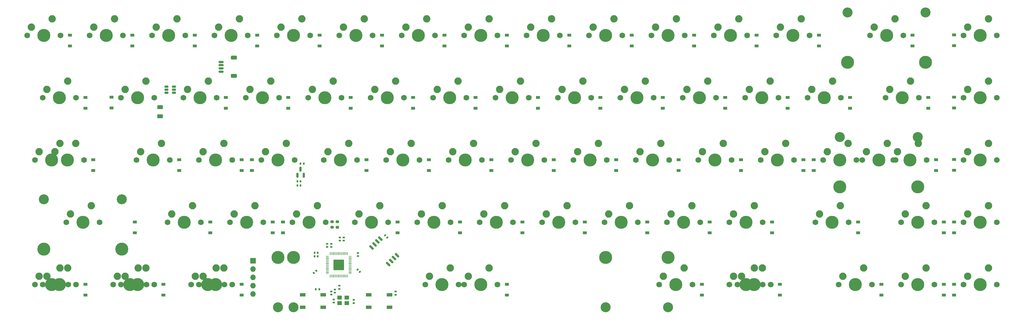
<source format=gbr>
%TF.GenerationSoftware,KiCad,Pcbnew,(6.0.8-1)-1*%
%TF.CreationDate,2022-12-25T10:37:34-08:00*%
%TF.ProjectId,bowiten65-rp2040,626f7769-7465-46e3-9635-2d7270323034,rev?*%
%TF.SameCoordinates,Original*%
%TF.FileFunction,Soldermask,Bot*%
%TF.FilePolarity,Negative*%
%FSLAX46Y46*%
G04 Gerber Fmt 4.6, Leading zero omitted, Abs format (unit mm)*
G04 Created by KiCad (PCBNEW (6.0.8-1)-1) date 2022-12-25 10:37:34*
%MOMM*%
%LPD*%
G01*
G04 APERTURE LIST*
G04 Aperture macros list*
%AMRoundRect*
0 Rectangle with rounded corners*
0 $1 Rounding radius*
0 $2 $3 $4 $5 $6 $7 $8 $9 X,Y pos of 4 corners*
0 Add a 4 corners polygon primitive as box body*
4,1,4,$2,$3,$4,$5,$6,$7,$8,$9,$2,$3,0*
0 Add four circle primitives for the rounded corners*
1,1,$1+$1,$2,$3*
1,1,$1+$1,$4,$5*
1,1,$1+$1,$6,$7*
1,1,$1+$1,$8,$9*
0 Add four rect primitives between the rounded corners*
20,1,$1+$1,$2,$3,$4,$5,0*
20,1,$1+$1,$4,$5,$6,$7,0*
20,1,$1+$1,$6,$7,$8,$9,0*
20,1,$1+$1,$8,$9,$2,$3,0*%
G04 Aperture macros list end*
%ADD10C,1.750000*%
%ADD11C,3.987800*%
%ADD12C,2.250000*%
%ADD13C,3.048000*%
%ADD14R,1.200000X0.900000*%
%ADD15RoundRect,0.140000X0.140000X0.170000X-0.140000X0.170000X-0.140000X-0.170000X0.140000X-0.170000X0*%
%ADD16RoundRect,0.140000X-0.219203X-0.021213X-0.021213X-0.219203X0.219203X0.021213X0.021213X0.219203X0*%
%ADD17R,1.700000X1.000000*%
%ADD18RoundRect,0.150000X0.150000X-0.587500X0.150000X0.587500X-0.150000X0.587500X-0.150000X-0.587500X0*%
%ADD19RoundRect,0.140000X-0.170000X0.140000X-0.170000X-0.140000X0.170000X-0.140000X0.170000X0.140000X0*%
%ADD20RoundRect,0.135000X-0.135000X-0.185000X0.135000X-0.185000X0.135000X0.185000X-0.135000X0.185000X0*%
%ADD21R,1.700000X1.700000*%
%ADD22O,1.700000X1.700000*%
%ADD23RoundRect,0.150000X0.475000X0.150000X-0.475000X0.150000X-0.475000X-0.150000X0.475000X-0.150000X0*%
%ADD24RoundRect,0.200000X-0.275000X0.200000X-0.275000X-0.200000X0.275000X-0.200000X0.275000X0.200000X0*%
%ADD25RoundRect,0.140000X-0.140000X-0.170000X0.140000X-0.170000X0.140000X0.170000X-0.140000X0.170000X0*%
%ADD26RoundRect,0.140000X0.170000X-0.140000X0.170000X0.140000X-0.170000X0.140000X-0.170000X-0.140000X0*%
%ADD27RoundRect,0.050000X0.387500X0.050000X-0.387500X0.050000X-0.387500X-0.050000X0.387500X-0.050000X0*%
%ADD28RoundRect,0.050000X0.050000X0.387500X-0.050000X0.387500X-0.050000X-0.387500X0.050000X-0.387500X0*%
%ADD29RoundRect,0.144000X1.456000X1.456000X-1.456000X1.456000X-1.456000X-1.456000X1.456000X-1.456000X0*%
%ADD30RoundRect,0.140000X-0.021213X0.219203X-0.219203X0.021213X0.021213X-0.219203X0.219203X-0.021213X0*%
%ADD31R,1.400000X1.200000*%
%ADD32RoundRect,0.135000X0.185000X-0.135000X0.185000X0.135000X-0.185000X0.135000X-0.185000X-0.135000X0*%
%ADD33RoundRect,0.150000X-0.625000X0.150000X-0.625000X-0.150000X0.625000X-0.150000X0.625000X0.150000X0*%
%ADD34RoundRect,0.250000X-0.650000X0.350000X-0.650000X-0.350000X0.650000X-0.350000X0.650000X0.350000X0*%
%ADD35RoundRect,0.150000X0.565685X-0.353553X-0.353553X0.565685X-0.565685X0.353553X0.353553X-0.565685X0*%
%ADD36RoundRect,0.250000X0.625000X-0.375000X0.625000X0.375000X-0.625000X0.375000X-0.625000X-0.375000X0*%
G04 APERTURE END LIST*
D10*
%TO.C,MX53*%
X152906952Y-168337452D03*
X163066952Y-168337452D03*
D11*
X157986952Y-168337452D03*
D12*
X154176952Y-165797452D03*
X160526952Y-163257452D03*
%TD*%
D11*
%TO.C,MX29*%
X300861952Y-130237452D03*
D10*
X295781952Y-130237452D03*
X305941952Y-130237452D03*
D12*
X297051952Y-127697452D03*
X303401952Y-125157452D03*
%TD*%
D10*
%TO.C,MX57*%
X239266952Y-168337452D03*
D11*
X234186952Y-168337452D03*
D10*
X229106952Y-168337452D03*
D12*
X230376952Y-165797452D03*
X236726952Y-163257452D03*
%TD*%
D11*
%TO.C,MX68*%
X160368202Y-187387452D03*
D13*
X210368102Y-194372452D03*
D10*
X155288202Y-187387452D03*
D13*
X110368302Y-194372452D03*
D11*
X210368102Y-179132452D03*
X110368302Y-179132452D03*
D10*
X165448202Y-187387452D03*
D12*
X156558202Y-184847452D03*
X162908202Y-182307452D03*
%TD*%
D10*
%TO.C,MX56*%
X220216952Y-168337452D03*
X210056952Y-168337452D03*
D11*
X215136952Y-168337452D03*
D12*
X211326952Y-165797452D03*
X217676952Y-163257452D03*
%TD*%
D10*
%TO.C,MX74*%
X300544452Y-187387452D03*
D11*
X305624452Y-187387452D03*
D10*
X310704452Y-187387452D03*
D12*
X301814452Y-184847452D03*
X308164452Y-182307452D03*
%TD*%
D10*
%TO.C,MX66*%
X83850702Y-187387452D03*
D11*
X88930702Y-187387452D03*
D10*
X94010702Y-187387452D03*
D12*
X85120702Y-184847452D03*
X91470702Y-182307452D03*
%TD*%
D10*
%TO.C,MX24*%
X205929452Y-130237452D03*
D11*
X200849452Y-130237452D03*
D10*
X195769452Y-130237452D03*
D12*
X197039452Y-127697452D03*
X203389452Y-125157452D03*
%TD*%
D11*
%TO.C,MX39*%
X186561952Y-149287452D03*
D10*
X191641952Y-149287452D03*
X181481952Y-149287452D03*
D12*
X182751952Y-146747452D03*
X189101952Y-144207452D03*
%TD*%
D10*
%TO.C,MX49*%
X86866952Y-168337452D03*
D11*
X81786952Y-168337452D03*
D10*
X76706952Y-168337452D03*
D12*
X77976952Y-165797452D03*
X84326952Y-163257452D03*
%TD*%
D10*
%TO.C,MX42*%
X248791952Y-149287452D03*
X238631952Y-149287452D03*
D11*
X243711952Y-149287452D03*
D12*
X239901952Y-146747452D03*
X246251952Y-144207452D03*
%TD*%
D10*
%TO.C,MX20*%
X129729452Y-130237452D03*
X119569452Y-130237452D03*
D11*
X124649452Y-130237452D03*
D12*
X120839452Y-127697452D03*
X127189452Y-125157452D03*
%TD*%
D11*
%TO.C,MX10*%
X210374452Y-111187452D03*
D10*
X215454452Y-111187452D03*
X205294452Y-111187452D03*
D12*
X206564452Y-108647452D03*
X212914452Y-106107452D03*
%TD*%
D11*
%TO.C,MX72*%
X255618202Y-187387452D03*
D10*
X260698202Y-187387452D03*
X250538202Y-187387452D03*
D12*
X251808202Y-184847452D03*
X258158202Y-182307452D03*
%TD*%
D11*
%TO.C,MX38*%
X167511952Y-149287452D03*
D10*
X172591952Y-149287452D03*
X162431952Y-149287452D03*
D12*
X163701952Y-146747452D03*
X170051952Y-144207452D03*
%TD*%
D10*
%TO.C,MX70*%
X226725702Y-187387452D03*
X236885702Y-187387452D03*
D11*
X231805702Y-187387452D03*
D12*
X227995702Y-184847452D03*
X234345702Y-182307452D03*
%TD*%
D10*
%TO.C,MX43*%
X257681952Y-149287452D03*
D11*
X262761952Y-149287452D03*
D10*
X267841952Y-149287452D03*
D12*
X258951952Y-146747452D03*
X265301952Y-144207452D03*
%TD*%
D11*
%TO.C,MX7*%
X153224452Y-111187452D03*
D10*
X158304452Y-111187452D03*
X148144452Y-111187452D03*
D12*
X149414452Y-108647452D03*
X155764452Y-106107452D03*
%TD*%
D10*
%TO.C,MX11*%
X224344452Y-111187452D03*
D11*
X229424452Y-111187452D03*
D10*
X234504452Y-111187452D03*
D12*
X225614452Y-108647452D03*
X231964452Y-106107452D03*
%TD*%
D11*
%TO.C,MX71*%
X253236952Y-187387452D03*
D10*
X248156952Y-187387452D03*
X258316952Y-187387452D03*
D12*
X249426952Y-184847452D03*
X255776952Y-182307452D03*
%TD*%
D11*
%TO.C,MX37*%
X148461952Y-149287452D03*
D10*
X143381952Y-149287452D03*
X153541952Y-149287452D03*
D12*
X144651952Y-146747452D03*
X151001952Y-144207452D03*
%TD*%
D10*
%TO.C,MX36*%
X124331952Y-149287452D03*
D11*
X129411952Y-149287452D03*
D10*
X134491952Y-149287452D03*
D12*
X125601952Y-146747452D03*
X131951952Y-144207452D03*
%TD*%
D10*
%TO.C,MX40*%
X210691952Y-149287452D03*
X200531952Y-149287452D03*
D11*
X205611952Y-149287452D03*
D12*
X201801952Y-146747452D03*
X208151952Y-144207452D03*
%TD*%
D10*
%TO.C,MX50*%
X95756952Y-168337452D03*
D11*
X100836952Y-168337452D03*
D10*
X105916952Y-168337452D03*
D12*
X97026952Y-165797452D03*
X103376952Y-163257452D03*
%TD*%
D10*
%TO.C,MX59*%
X284510702Y-168337452D03*
X274350702Y-168337452D03*
D11*
X279430702Y-168337452D03*
D12*
X275620702Y-165797452D03*
X281970702Y-163257452D03*
%TD*%
D10*
%TO.C,MX25*%
X214819452Y-130237452D03*
D11*
X219899452Y-130237452D03*
D10*
X224979452Y-130237452D03*
D12*
X216089452Y-127697452D03*
X222439452Y-125157452D03*
%TD*%
D10*
%TO.C,MX33*%
X77341952Y-149287452D03*
D11*
X72261952Y-149287452D03*
D10*
X67181952Y-149287452D03*
D12*
X68451952Y-146747452D03*
X74801952Y-144207452D03*
%TD*%
D11*
%TO.C,MX69*%
X172274452Y-187387452D03*
X229424452Y-179132452D03*
D13*
X115124452Y-194372452D03*
D11*
X115124452Y-179132452D03*
D10*
X177354452Y-187387452D03*
D13*
X229424452Y-194372452D03*
D10*
X167194452Y-187387452D03*
D12*
X168464452Y-184847452D03*
X174814452Y-182307452D03*
%TD*%
D11*
%TO.C,MX65*%
X67499452Y-187387452D03*
D10*
X72579452Y-187387452D03*
X62419452Y-187387452D03*
D12*
X63689452Y-184847452D03*
X70039452Y-182307452D03*
%TD*%
D10*
%TO.C,MX26*%
X233869452Y-130237452D03*
X244029452Y-130237452D03*
D11*
X238949452Y-130237452D03*
D12*
X235139452Y-127697452D03*
X241489452Y-125157452D03*
%TD*%
D11*
%TO.C,MX16*%
X43686952Y-130237452D03*
D10*
X38606952Y-130237452D03*
X48766952Y-130237452D03*
D12*
X39876952Y-127697452D03*
X46226952Y-125157452D03*
%TD*%
D10*
%TO.C,MX52*%
X144016952Y-168337452D03*
X133856952Y-168337452D03*
D11*
X138936952Y-168337452D03*
D12*
X135126952Y-165797452D03*
X141476952Y-163257452D03*
%TD*%
D11*
%TO.C,MX45*%
X281811952Y-157542452D03*
D13*
X305624452Y-142302452D03*
D11*
X293718202Y-149287452D03*
X305624452Y-157542452D03*
D10*
X288638202Y-149287452D03*
D13*
X281811952Y-142302452D03*
D10*
X298798202Y-149287452D03*
D12*
X289908202Y-146747452D03*
X296258202Y-144207452D03*
%TD*%
D10*
%TO.C,MX22*%
X157669452Y-130237452D03*
D11*
X162749452Y-130237452D03*
D10*
X167829452Y-130237452D03*
D12*
X158939452Y-127697452D03*
X165289452Y-125157452D03*
%TD*%
D10*
%TO.C,MX32*%
X51148202Y-149287452D03*
D11*
X46068202Y-149287452D03*
D10*
X40988202Y-149287452D03*
D12*
X42258202Y-146747452D03*
X48608202Y-144207452D03*
%TD*%
D10*
%TO.C,MX6*%
X129094452Y-111187452D03*
X139254452Y-111187452D03*
D11*
X134174452Y-111187452D03*
D12*
X130364452Y-108647452D03*
X136714452Y-106107452D03*
%TD*%
D11*
%TO.C,MX48*%
X62736952Y-176592452D03*
X38924452Y-176592452D03*
D10*
X55910702Y-168337452D03*
D13*
X38924452Y-161352452D03*
D11*
X50830702Y-168337452D03*
D10*
X45750702Y-168337452D03*
D13*
X62736952Y-161352452D03*
D12*
X47020702Y-165797452D03*
X53370702Y-163257452D03*
%TD*%
D11*
%TO.C,MX51*%
X119886952Y-168337452D03*
D10*
X124966952Y-168337452D03*
X114806952Y-168337452D03*
D12*
X116076952Y-165797452D03*
X122426952Y-163257452D03*
%TD*%
D10*
%TO.C,MX34*%
X96391952Y-149287452D03*
X86231952Y-149287452D03*
D11*
X91311952Y-149287452D03*
D12*
X87501952Y-146747452D03*
X93851952Y-144207452D03*
%TD*%
D10*
%TO.C,MX73*%
X281494452Y-187387452D03*
X291654452Y-187387452D03*
D11*
X286574452Y-187387452D03*
D12*
X282764452Y-184847452D03*
X289114452Y-182307452D03*
%TD*%
D11*
%TO.C,MX14*%
X284193202Y-119442452D03*
X296099452Y-111187452D03*
X308005702Y-119442452D03*
D10*
X291019452Y-111187452D03*
X301179452Y-111187452D03*
D13*
X284193202Y-104202452D03*
X308005702Y-104202452D03*
D12*
X292289452Y-108647452D03*
X298639452Y-106107452D03*
%TD*%
D10*
%TO.C,MX64*%
X60038202Y-187387452D03*
D11*
X65118202Y-187387452D03*
D10*
X70198202Y-187387452D03*
D12*
X61308202Y-184847452D03*
X67658202Y-182307452D03*
%TD*%
D10*
%TO.C,MX61*%
X329754452Y-168337452D03*
X319594452Y-168337452D03*
D11*
X324674452Y-168337452D03*
D12*
X320864452Y-165797452D03*
X327214452Y-163257452D03*
%TD*%
D11*
%TO.C,MX2*%
X57974452Y-111187452D03*
D10*
X63054452Y-111187452D03*
X52894452Y-111187452D03*
D12*
X54164452Y-108647452D03*
X60514452Y-106107452D03*
%TD*%
D10*
%TO.C,MX47*%
X329754452Y-149287452D03*
X319594452Y-149287452D03*
D11*
X324674452Y-149287452D03*
D12*
X320864452Y-146747452D03*
X327214452Y-144207452D03*
%TD*%
D11*
%TO.C,MX62*%
X41305702Y-187387452D03*
D10*
X46385702Y-187387452D03*
X36225702Y-187387452D03*
D12*
X37495702Y-184847452D03*
X43845702Y-182307452D03*
%TD*%
D10*
%TO.C,MX60*%
X310704452Y-168337452D03*
X300544452Y-168337452D03*
D11*
X305624452Y-168337452D03*
D12*
X301814452Y-165797452D03*
X308164452Y-163257452D03*
%TD*%
D10*
%TO.C,MX46*%
X308323202Y-149287452D03*
X298163202Y-149287452D03*
D11*
X303243202Y-149287452D03*
D12*
X299433202Y-146747452D03*
X305783202Y-144207452D03*
%TD*%
D10*
%TO.C,MX30*%
X319594452Y-130237452D03*
X329754452Y-130237452D03*
D11*
X324674452Y-130237452D03*
D12*
X320864452Y-127697452D03*
X327214452Y-125157452D03*
%TD*%
D10*
%TO.C,MX4*%
X101154452Y-111187452D03*
D11*
X96074452Y-111187452D03*
D10*
X90994452Y-111187452D03*
D12*
X92264452Y-108647452D03*
X98614452Y-106107452D03*
%TD*%
D10*
%TO.C,MX12*%
X253554452Y-111187452D03*
X243394452Y-111187452D03*
D11*
X248474452Y-111187452D03*
D12*
X244664452Y-108647452D03*
X251014452Y-106107452D03*
%TD*%
D10*
%TO.C,MX18*%
X91629452Y-130237452D03*
D11*
X86549452Y-130237452D03*
D10*
X81469452Y-130237452D03*
D12*
X82739452Y-127697452D03*
X89089452Y-125157452D03*
%TD*%
D10*
%TO.C,MX23*%
X186879452Y-130237452D03*
D11*
X181799452Y-130237452D03*
D10*
X176719452Y-130237452D03*
D12*
X177989452Y-127697452D03*
X184339452Y-125157452D03*
%TD*%
D11*
%TO.C,MX21*%
X143699452Y-130237452D03*
D10*
X138619452Y-130237452D03*
X148779452Y-130237452D03*
D12*
X139889452Y-127697452D03*
X146239452Y-125157452D03*
%TD*%
D10*
%TO.C,MX63*%
X38606952Y-187387452D03*
X48766952Y-187387452D03*
D11*
X43686952Y-187387452D03*
D12*
X39876952Y-184847452D03*
X46226952Y-182307452D03*
%TD*%
D10*
%TO.C,MX9*%
X186244452Y-111187452D03*
X196404452Y-111187452D03*
D11*
X191324452Y-111187452D03*
D12*
X187514452Y-108647452D03*
X193864452Y-106107452D03*
%TD*%
D10*
%TO.C,MX27*%
X252919452Y-130237452D03*
X263079452Y-130237452D03*
D11*
X257999452Y-130237452D03*
D12*
X254189452Y-127697452D03*
X260539452Y-125157452D03*
%TD*%
D11*
%TO.C,MX28*%
X277049452Y-130237452D03*
D10*
X282129452Y-130237452D03*
X271969452Y-130237452D03*
D12*
X273239452Y-127697452D03*
X279589452Y-125157452D03*
%TD*%
D11*
%TO.C,MX15*%
X324674452Y-111187452D03*
D10*
X319594452Y-111187452D03*
X329754452Y-111187452D03*
D12*
X320864452Y-108647452D03*
X327214452Y-106107452D03*
%TD*%
D10*
%TO.C,MX17*%
X62419452Y-130237452D03*
X72579452Y-130237452D03*
D11*
X67499452Y-130237452D03*
D12*
X63689452Y-127697452D03*
X70039452Y-125157452D03*
%TD*%
D11*
%TO.C,MX44*%
X281811952Y-149287452D03*
D10*
X286891952Y-149287452D03*
X276731952Y-149287452D03*
D12*
X278001952Y-146747452D03*
X284351952Y-144207452D03*
%TD*%
D10*
%TO.C,MX54*%
X182116952Y-168337452D03*
X171956952Y-168337452D03*
D11*
X177036952Y-168337452D03*
D12*
X173226952Y-165797452D03*
X179576952Y-163257452D03*
%TD*%
D11*
%TO.C,MX75*%
X324674452Y-187387452D03*
D10*
X329754452Y-187387452D03*
X319594452Y-187387452D03*
D12*
X320864452Y-184847452D03*
X327214452Y-182307452D03*
%TD*%
D10*
%TO.C,MX1*%
X44004452Y-111187452D03*
D11*
X38924452Y-111187452D03*
D10*
X33844452Y-111187452D03*
D12*
X35114452Y-108647452D03*
X41464452Y-106107452D03*
%TD*%
D10*
%TO.C,MX5*%
X110044452Y-111187452D03*
X120204452Y-111187452D03*
D11*
X115124452Y-111187452D03*
D12*
X111314452Y-108647452D03*
X117664452Y-106107452D03*
%TD*%
D11*
%TO.C,MX58*%
X253236952Y-168337452D03*
D10*
X258316952Y-168337452D03*
X248156952Y-168337452D03*
D12*
X249426952Y-165797452D03*
X255776952Y-163257452D03*
%TD*%
D10*
%TO.C,MX19*%
X100519452Y-130237452D03*
D11*
X105599452Y-130237452D03*
D10*
X110679452Y-130237452D03*
D12*
X101789452Y-127697452D03*
X108139452Y-125157452D03*
%TD*%
D10*
%TO.C,MX67*%
X86231952Y-187387452D03*
D11*
X91311952Y-187387452D03*
D10*
X96391952Y-187387452D03*
D12*
X87501952Y-184847452D03*
X93851952Y-182307452D03*
%TD*%
D11*
%TO.C,MX8*%
X172274452Y-111187452D03*
D10*
X177354452Y-111187452D03*
X167194452Y-111187452D03*
D12*
X168464452Y-108647452D03*
X174814452Y-106107452D03*
%TD*%
D11*
%TO.C,MX35*%
X110361952Y-149287452D03*
D10*
X115441952Y-149287452D03*
X105281952Y-149287452D03*
D12*
X106551952Y-146747452D03*
X112901952Y-144207452D03*
%TD*%
D10*
%TO.C,MX3*%
X71944452Y-111187452D03*
D11*
X77024452Y-111187452D03*
D10*
X82104452Y-111187452D03*
D12*
X73214452Y-108647452D03*
X79564452Y-106107452D03*
%TD*%
D10*
%TO.C,MX31*%
X46385702Y-149287452D03*
X36225702Y-149287452D03*
D11*
X41305702Y-149287452D03*
D12*
X37495702Y-146747452D03*
X43845702Y-144207452D03*
%TD*%
D10*
%TO.C,MX55*%
X201166952Y-168337452D03*
D11*
X196086952Y-168337452D03*
D10*
X191006952Y-168337452D03*
D12*
X192276952Y-165797452D03*
X198626952Y-163257452D03*
%TD*%
D11*
%TO.C,MX13*%
X267524452Y-111187452D03*
D10*
X262444452Y-111187452D03*
X272604452Y-111187452D03*
D12*
X263714452Y-108647452D03*
X270064452Y-106107452D03*
%TD*%
D11*
%TO.C,MX41*%
X224661952Y-149287452D03*
D10*
X229741952Y-149287452D03*
X219581952Y-149287452D03*
D12*
X220851952Y-146747452D03*
X227201952Y-144207452D03*
%TD*%
D14*
%TO.C,D19*%
X113536952Y-133474952D03*
X113536952Y-130174952D03*
%TD*%
%TO.C,D29*%
X308799452Y-133474952D03*
X308799452Y-130174952D03*
%TD*%
%TO.C,D46*%
X311180702Y-152524952D03*
X311180702Y-149224952D03*
%TD*%
%TO.C,D61*%
X316706250Y-171574952D03*
X316706250Y-168274952D03*
%TD*%
D15*
%TO.C,C9*%
X122501600Y-177647600D03*
X121541600Y-177647600D03*
%TD*%
D14*
%TO.C,D1*%
X46861952Y-114424952D03*
X46861952Y-111124952D03*
%TD*%
D16*
%TO.C,C10*%
X143085178Y-172295178D03*
X143764000Y-172974000D03*
%TD*%
D14*
%TO.C,D7*%
X161161952Y-114424952D03*
X161161952Y-111124952D03*
%TD*%
%TO.C,D65*%
X75436952Y-190624952D03*
X75436952Y-187324952D03*
%TD*%
D17*
%TO.C,SW2*%
X117881000Y-190510000D03*
X124181000Y-190510000D03*
X117881000Y-194310000D03*
X124181000Y-194310000D03*
%TD*%
D14*
%TO.C,D9*%
X199261952Y-114424952D03*
X199261952Y-111124952D03*
%TD*%
%TO.C,D72*%
X263555702Y-190624952D03*
X263555702Y-187324952D03*
%TD*%
D18*
%TO.C,U4*%
X118200000Y-153986500D03*
X116300000Y-153986500D03*
X117250000Y-152111500D03*
%TD*%
D14*
%TO.C,D45*%
X273843750Y-152524952D03*
X273843750Y-149224952D03*
%TD*%
D19*
%TO.C,C8*%
X126619000Y-189512000D03*
X126619000Y-190472000D03*
%TD*%
D14*
%TO.C,D13*%
X275461952Y-114424952D03*
X275461952Y-111124952D03*
%TD*%
%TO.C,D55*%
X204024452Y-171574952D03*
X204024452Y-168274952D03*
%TD*%
%TO.C,D8*%
X180211952Y-114424952D03*
X180211952Y-111124952D03*
%TD*%
%TO.C,D35*%
X102393750Y-152524952D03*
X102393750Y-149224952D03*
%TD*%
D20*
%TO.C,R1*%
X121918000Y-188854000D03*
X122938000Y-188854000D03*
%TD*%
D21*
%TO.C,J2*%
X102718000Y-180116000D03*
D22*
X102718000Y-182656000D03*
X102718000Y-185196000D03*
X102718000Y-187736000D03*
X102718000Y-190276000D03*
%TD*%
D16*
%TO.C,C16*%
X134686989Y-182845389D03*
X135365811Y-183524211D03*
%TD*%
D14*
%TO.C,D32*%
X54005702Y-152524952D03*
X54005702Y-149224952D03*
%TD*%
%TO.C,D5*%
X123061952Y-114424952D03*
X123061952Y-111124952D03*
%TD*%
%TO.C,D20*%
X132586952Y-133474952D03*
X132586952Y-130174952D03*
%TD*%
D23*
%TO.C,U3*%
X78645000Y-126812000D03*
X78645000Y-127762000D03*
X78645000Y-128712000D03*
X76295000Y-128712000D03*
X76295000Y-127762000D03*
X76295000Y-126812000D03*
%TD*%
D24*
%TO.C,R2*%
X128524000Y-168212000D03*
X128524000Y-169862000D03*
%TD*%
D14*
%TO.C,D37*%
X156399452Y-152524952D03*
X156399452Y-149224952D03*
%TD*%
%TO.C,D17*%
X59531250Y-133412500D03*
X59531250Y-130112500D03*
%TD*%
%TO.C,D14*%
X304036952Y-114424952D03*
X304036952Y-111124952D03*
%TD*%
%TO.C,D56*%
X223074452Y-171574952D03*
X223074452Y-168274952D03*
%TD*%
%TO.C,D58*%
X261174452Y-171574952D03*
X261174452Y-168274952D03*
%TD*%
D25*
%TO.C,C17*%
X116262000Y-155843000D03*
X117222000Y-155843000D03*
%TD*%
D14*
%TO.C,D2*%
X65911952Y-114424952D03*
X65911952Y-111124952D03*
%TD*%
%TO.C,D38*%
X175449452Y-152524952D03*
X175449452Y-149224952D03*
%TD*%
D26*
%TO.C,C6*%
X130429000Y-173962000D03*
X130429000Y-173002000D03*
%TD*%
D14*
%TO.C,D75*%
X316706250Y-190624952D03*
X316706250Y-187324952D03*
%TD*%
D26*
%TO.C,C14*%
X134747000Y-178661000D03*
X134747000Y-177701000D03*
%TD*%
D14*
%TO.C,D11*%
X237361952Y-114424952D03*
X237361952Y-111124952D03*
%TD*%
%TO.C,D23*%
X189736952Y-133474952D03*
X189736952Y-130174952D03*
%TD*%
%TO.C,D3*%
X84961952Y-114424952D03*
X84961952Y-111124952D03*
%TD*%
%TO.C,D63*%
X51624452Y-190624952D03*
X51624452Y-187324952D03*
%TD*%
%TO.C,D33*%
X80199452Y-152524952D03*
X80199452Y-149224952D03*
%TD*%
%TO.C,D16*%
X51624452Y-133474952D03*
X51624452Y-130174952D03*
%TD*%
%TO.C,D41*%
X232599452Y-152524952D03*
X232599452Y-149224952D03*
%TD*%
%TO.C,D67*%
X99249452Y-190624952D03*
X99249452Y-187324952D03*
%TD*%
%TO.C,D70*%
X239743202Y-190624952D03*
X239743202Y-187324952D03*
%TD*%
D26*
%TO.C,C4*%
X127381000Y-192885000D03*
X127381000Y-191925000D03*
%TD*%
D14*
%TO.C,D47*%
X316706250Y-152462500D03*
X316706250Y-149162500D03*
%TD*%
%TO.C,D59*%
X287368202Y-171574952D03*
X287368202Y-168274952D03*
%TD*%
D27*
%TO.C,U1*%
X132342500Y-178756000D03*
X132342500Y-179156000D03*
X132342500Y-179556000D03*
X132342500Y-179956000D03*
X132342500Y-180356000D03*
X132342500Y-180756000D03*
X132342500Y-181156000D03*
X132342500Y-181556000D03*
X132342500Y-181956000D03*
X132342500Y-182356000D03*
X132342500Y-182756000D03*
X132342500Y-183156000D03*
X132342500Y-183556000D03*
X132342500Y-183956000D03*
D28*
X131505000Y-184793500D03*
X131105000Y-184793500D03*
X130705000Y-184793500D03*
X130305000Y-184793500D03*
X129905000Y-184793500D03*
X129505000Y-184793500D03*
X129105000Y-184793500D03*
X128705000Y-184793500D03*
X128305000Y-184793500D03*
X127905000Y-184793500D03*
X127505000Y-184793500D03*
X127105000Y-184793500D03*
X126705000Y-184793500D03*
X126305000Y-184793500D03*
D27*
X125467500Y-183956000D03*
X125467500Y-183556000D03*
X125467500Y-183156000D03*
X125467500Y-182756000D03*
X125467500Y-182356000D03*
X125467500Y-181956000D03*
X125467500Y-181556000D03*
X125467500Y-181156000D03*
X125467500Y-180756000D03*
X125467500Y-180356000D03*
X125467500Y-179956000D03*
X125467500Y-179556000D03*
X125467500Y-179156000D03*
X125467500Y-178756000D03*
D28*
X126305000Y-177918500D03*
X126705000Y-177918500D03*
X127105000Y-177918500D03*
X127505000Y-177918500D03*
X127905000Y-177918500D03*
X128305000Y-177918500D03*
X128705000Y-177918500D03*
X129105000Y-177918500D03*
X129505000Y-177918500D03*
X129905000Y-177918500D03*
X130305000Y-177918500D03*
X130705000Y-177918500D03*
X131105000Y-177918500D03*
X131505000Y-177918500D03*
D29*
X128905000Y-181356000D03*
%TD*%
D15*
%TO.C,C7*%
X122501600Y-178714400D03*
X121541600Y-178714400D03*
%TD*%
D25*
%TO.C,C1*%
X116262000Y-157113000D03*
X117222000Y-157113000D03*
%TD*%
D14*
%TO.C,D4*%
X104011952Y-114424952D03*
X104011952Y-111124952D03*
%TD*%
%TO.C,D52*%
X146874452Y-171574952D03*
X146874452Y-168274952D03*
%TD*%
%TO.C,D74*%
X313561952Y-190624952D03*
X313561952Y-187324952D03*
%TD*%
%TO.C,D53*%
X165924452Y-171574952D03*
X165924452Y-168274952D03*
%TD*%
%TO.C,D25*%
X227836952Y-133474952D03*
X227836952Y-130174952D03*
%TD*%
%TO.C,D73*%
X294511952Y-190624952D03*
X294511952Y-187324952D03*
%TD*%
D30*
%TO.C,C11*%
X122005411Y-183175589D03*
X121326589Y-183854411D03*
%TD*%
D14*
%TO.C,D28*%
X284986952Y-133474952D03*
X284986952Y-130174952D03*
%TD*%
%TO.C,D22*%
X170686952Y-133474952D03*
X170686952Y-130174952D03*
%TD*%
%TO.C,D26*%
X246886952Y-133474952D03*
X246886952Y-130174952D03*
%TD*%
%TO.C,D6*%
X142111952Y-114424952D03*
X142111952Y-111124952D03*
%TD*%
%TO.C,D43*%
X270699452Y-152524952D03*
X270699452Y-149224952D03*
%TD*%
D17*
%TO.C,SW1*%
X144374000Y-194310000D03*
X138074000Y-194310000D03*
X144374000Y-190510000D03*
X138074000Y-190510000D03*
%TD*%
D14*
%TO.C,D15*%
X316706250Y-114362500D03*
X316706250Y-111062500D03*
%TD*%
%TO.C,D27*%
X265936952Y-133474952D03*
X265936952Y-130174952D03*
%TD*%
D19*
%TO.C,C12*%
X127762000Y-188877000D03*
X127762000Y-189837000D03*
%TD*%
D14*
%TO.C,D51*%
X111918750Y-171574952D03*
X111918750Y-168274952D03*
%TD*%
D26*
%TO.C,C13*%
X129286000Y-173962000D03*
X129286000Y-173002000D03*
%TD*%
D14*
%TO.C,D48*%
X66675000Y-171574952D03*
X66675000Y-168274952D03*
%TD*%
%TO.C,D60*%
X313561952Y-171574952D03*
X313561952Y-168274952D03*
%TD*%
D31*
%TO.C,Y1*%
X129184400Y-191340000D03*
X131384400Y-191340000D03*
X131384400Y-193040000D03*
X129184400Y-193040000D03*
%TD*%
D26*
%TO.C,C5*%
X125349000Y-175867000D03*
X125349000Y-174907000D03*
%TD*%
%TO.C,C2*%
X126619000Y-175867000D03*
X126619000Y-174907000D03*
%TD*%
D14*
%TO.C,D40*%
X213549452Y-152524952D03*
X213549452Y-149224952D03*
%TD*%
%TO.C,D18*%
X94486952Y-133474952D03*
X94486952Y-130174952D03*
%TD*%
%TO.C,D57*%
X242124452Y-171574952D03*
X242124452Y-168274952D03*
%TD*%
D32*
%TO.C,R4*%
X146253200Y-190502000D03*
X146253200Y-189482000D03*
%TD*%
D33*
%TO.C,J1*%
X92996000Y-119277000D03*
X92996000Y-120277000D03*
X92996000Y-121277000D03*
X92996000Y-122277000D03*
D34*
X96871000Y-123577000D03*
X96871000Y-117977000D03*
%TD*%
D14*
%TO.C,D42*%
X251649452Y-152524952D03*
X251649452Y-149224952D03*
%TD*%
D25*
%TO.C,C15*%
X117249000Y-150368000D03*
X118209000Y-150368000D03*
%TD*%
D14*
%TO.C,D24*%
X208786952Y-133474952D03*
X208786952Y-130174952D03*
%TD*%
%TO.C,D12*%
X256411952Y-114424952D03*
X256411952Y-111124952D03*
%TD*%
D35*
%TO.C,U2*%
X146682212Y-178405135D03*
X145784186Y-179303161D03*
X144886161Y-180201186D03*
X143988135Y-181099212D03*
X138896966Y-176008043D03*
X139794992Y-175110017D03*
X140693017Y-174211992D03*
X141591043Y-173313966D03*
%TD*%
D19*
%TO.C,C3*%
X133477000Y-192079200D03*
X133477000Y-193039200D03*
%TD*%
D24*
%TO.C,R3*%
X126873000Y-168212000D03*
X126873000Y-169862000D03*
%TD*%
D36*
%TO.C,F1*%
X74422000Y-135893000D03*
X74422000Y-133093000D03*
%TD*%
D14*
%TO.C,D39*%
X194499452Y-152524952D03*
X194499452Y-149224952D03*
%TD*%
%TO.C,D69*%
X180211952Y-190624952D03*
X180211952Y-187324952D03*
%TD*%
%TO.C,D49*%
X89724452Y-171574952D03*
X89724452Y-168274952D03*
%TD*%
%TO.C,D21*%
X151636952Y-133474952D03*
X151636952Y-130174952D03*
%TD*%
%TO.C,D10*%
X218311952Y-114424952D03*
X218311952Y-111124952D03*
%TD*%
%TO.C,D54*%
X184974452Y-171574952D03*
X184974452Y-168274952D03*
%TD*%
D32*
%TO.C,R5*%
X129082800Y-188722000D03*
X129082800Y-187702000D03*
%TD*%
D14*
%TO.C,D36*%
X137349452Y-152524952D03*
X137349452Y-149224952D03*
%TD*%
%TO.C,D30*%
X316706250Y-133412500D03*
X316706250Y-130112500D03*
%TD*%
%TO.C,D34*%
X99249452Y-152524952D03*
X99249452Y-149224952D03*
%TD*%
%TO.C,D50*%
X108774452Y-171574952D03*
X108774452Y-168274952D03*
%TD*%
M02*

</source>
